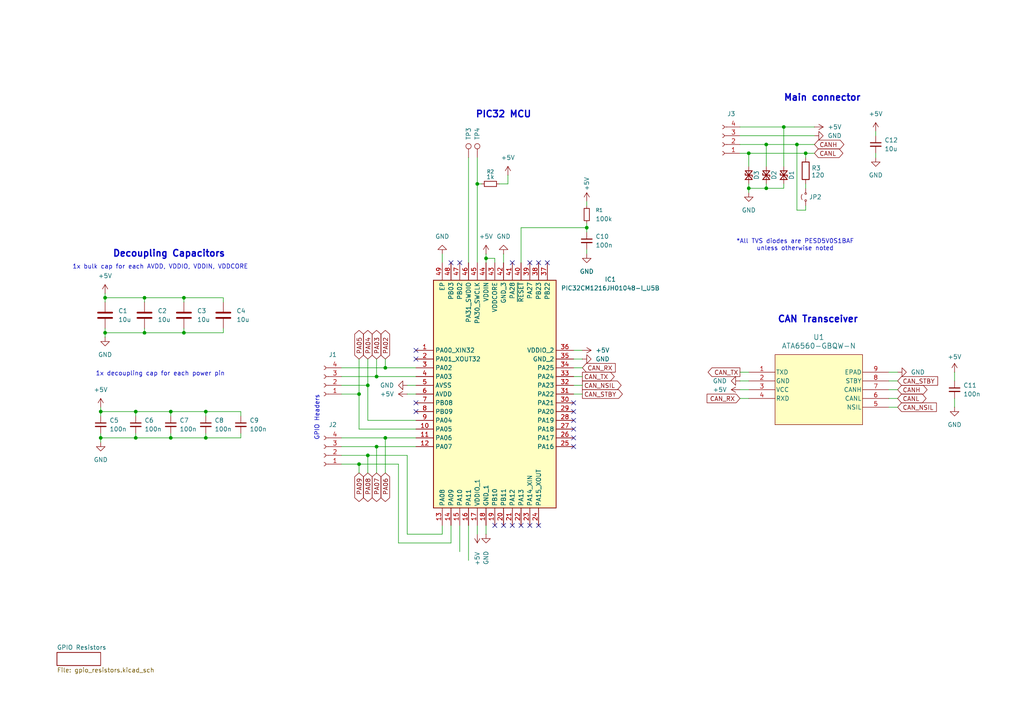
<source format=kicad_sch>
(kicad_sch (version 20250114) (generator "eeschema") (generator_version "9.0")
  (paper "A4")
  (lib_symbols
    (symbol "ATA6560-GBQW-N:ATA6560-GBQW-N" (pin_names (offset 0.254))
      (property "Reference" "U" (at 20.32 10.16 0))
      (property "Value" "ATA6560-GBQW-N" (at 20.32 7.62 0))
      (symbol "ATA6560-GBQW-N_0_1"
        (pin unspecified line (at 0 0 0) (length 7.62) (name "TXD") (number "1"))
        (pin power_out line (at 0 -2.54 0) (length 7.62) (name "GND") (number "2"))
        (pin power_in line (at 0 -5.08 0) (length 7.62) (name "VCC") (number "3"))
        (pin unspecified line (at 0 -7.62 0) (length 7.62) (name "RXD") (number "4"))
        (pin unspecified line (at 40.64 0 180) (length 7.62) (name "EPAD") (number "9"))
        (pin unspecified line (at 40.64 -2.54 180) (length 7.62) (name "STBY") (number "8"))
        (pin unspecified line (at 40.64 -5.08 180) (length 7.62) (name "CANH") (number "7"))
        (pin unspecified line (at 40.64 -7.62 180) (length 7.62) (name "CANL") (number "6"))
        (pin unspecified line (at 40.64 -10.16 180) (length 7.62) (name "NSIL") (number "5"))
      )
      (symbol "ATA6560-GBQW-N_1_1"
        (rectangle (start 7.62 5.08) (end 33.02 -15.24) (fill (type background)))
      )
    )
    (symbol "Connector:Conn_01x04_Socket" (pin_names (offset 1.016) (hide yes))
      (property "Reference" "J" (at 0 5.08 0))
      (property "Value" "Conn_01x04_Socket" (at 0 -7.62 0))
      (symbol "Conn_01x04_Socket_1_1"
        (polyline (pts (xy -1.27 2.54) (xy -0.508 2.54)) (stroke (width 0.1524)))
        (polyline (pts (xy -1.27 0) (xy -0.508 0)) (stroke (width 0.1524)))
        (polyline (pts (xy -1.27 -2.54) (xy -0.508 -2.54)) (stroke (width 0.1524)))
        (polyline (pts (xy -1.27 -5.08) (xy -0.508 -5.08)) (stroke (width 0.1524)))
        (arc (start 0 2.032) (mid -0.5058 2.54) (end 0 3.048) (stroke (width 0.1524)))
        (arc (start 0 -0.508) (mid -0.5058 0) (end 0 0.508) (stroke (width 0.1524)))
        (arc (start 0 -3.048) (mid -0.5058 -2.54) (end 0 -2.032) (stroke (width 0.1524)))
        (arc (start 0 -5.588) (mid -0.5058 -5.08) (end 0 -4.572) (stroke (width 0.1524)))
        (pin passive line (at -5.08 2.54 0) (length 3.81) (name "Pin_1") (number "1"))
        (pin passive line (at -5.08 0 0) (length 3.81) (name "Pin_2") (number "2"))
        (pin passive line (at -5.08 -2.54 0) (length 3.81) (name "Pin_3") (number "3"))
        (pin passive line (at -5.08 -5.08 0) (length 3.81) (name "Pin_4") (number "4"))
      )
    )
    (symbol "Connector:TestPoint" (pin_numbers (hide yes)) (pin_names (offset 0.762) (hide yes))
      (property "Reference" "TP" (at 0 6.858 0))
      (property "Value" "TestPoint" (at 0 5.08 0))
      (symbol "TestPoint_0_1"
        (circle (center 0 3.302) (radius 0.762))
      )
      (symbol "TestPoint_1_1"
        (pin passive line (at 0 0 90) (length 2.54) (name "1") (number "1"))
      )
    )
    (symbol "Device:C" (pin_numbers (hide yes)) (pin_names (offset 0.254))
      (property "Reference" "C" (at 0.635 2.54 0))
      (property "Value" "C" (at 0.635 -2.54 0))
      (symbol "C_0_1"
        (polyline (pts (xy -2.032 0.762) (xy 2.032 0.762)) (stroke (width 0.508)))
        (polyline (pts (xy -2.032 -0.762) (xy 2.032 -0.762)) (stroke (width 0.508)))
      )
      (symbol "C_1_1"
        (pin passive line (at 0 3.81 270) (length 2.794) (name "~") (number "1"))
        (pin passive line (at 0 -3.81 90) (length 2.794) (name "~") (number "2"))
      )
    )
    (symbol "Device:C_Small" (pin_numbers (hide yes)) (pin_names (offset 0.254) (hide yes))
      (property "Reference" "C" (at 0.254 1.778 0))
      (property "Value" "C_Small" (at 0.254 -2.032 0))
      (symbol "C_Small_0_1"
        (polyline (pts (xy -1.524 0.508) (xy 1.524 0.508)) (stroke (width 0.3048)))
        (polyline (pts (xy -1.524 -0.508) (xy 1.524 -0.508)) (stroke (width 0.3302)))
      )
      (symbol "C_Small_1_1"
        (pin passive line (at 0 2.54 270) (length 2.032) (name "~") (number "1"))
        (pin passive line (at 0 -2.54 90) (length 2.032) (name "~") (number "2"))
      )
    )
    (symbol "Device:D_TVS_Small" (pin_numbers (hide yes)) (pin_names (offset 1.016) (hide yes))
      (property "Reference" "D" (at 0 2.54 0))
      (property "Value" "D_TVS_Small" (at 0 -2.54 0))
      (symbol "D_TVS_Small_0_1"
        (polyline (pts (xy -1.27 1.016) (xy -1.27 -1.016) (xy 1.27 1.016) (xy 1.27 -1.016) (xy -1.27 1.016)) (stroke (width 0.254)))
        (polyline (pts (xy -1.27 0) (xy 1.27 0)))
        (polyline (pts (xy 0.508 1.016) (xy 0 1.016) (xy 0 -1.016) (xy -0.508 -1.016)) (stroke (width 0.254)))
      )
      (symbol "D_TVS_Small_1_1"
        (pin passive line (at -2.54 0 0) (length 1.27) (name "A1") (number "1"))
        (pin passive line (at 2.54 0 180) (length 1.27) (name "A2") (number "2"))
      )
    )
    (symbol "Device:R" (pin_numbers (hide yes)) (pin_names (offset 0))
      (property "Reference" "R" (at 2.032 0 90))
      (property "Value" "R" (at 0 0 90))
      (symbol "R_0_1"
        (rectangle (start -1.016 -2.54) (end 1.016 2.54) (stroke (width 0.254)))
      )
      (symbol "R_1_1"
        (pin passive line (at 0 3.81 270) (length 1.27) (name "~") (number "1"))
        (pin passive line (at 0 -3.81 90) (length 1.27) (name "~") (number "2"))
      )
    )
    (symbol "Device:R_Small" (pin_numbers (hide yes)) (pin_names (offset 0.254) (hide yes))
      (property "Reference" "R" (at 0 0 90))
      (property "Value" "R_Small" (at 1.778 0 90))
      (symbol "R_Small_0_1"
        (rectangle (start -0.762 1.778) (end 0.762 -1.778) (stroke (width 0.2032)))
      )
      (symbol "R_Small_1_1"
        (pin passive line (at 0 2.54 270) (length 0.762) (name "~") (number "1"))
        (pin passive line (at 0 -2.54 90) (length 0.762) (name "~") (number "2"))
      )
    )
    (symbol "Jumper:Jumper_2_Small_Open" (pin_numbers (hide yes)) (pin_names (offset 0) (hide yes))
      (property "Reference" "JP" (at 0 2.794 0))
      (property "Value" "Jumper_2_Small_Open" (at 0 -2.286 0))
      (symbol "Jumper_2_Small_Open_0_0"
        (circle (center -1.016 0) (radius 0.254))
        (circle (center 1.016 0) (radius 0.254))
      )
      (symbol "Jumper_2_Small_Open_0_1"
        (arc (start -0.762 1.0196) (mid 0 1.2729) (end 0.762 1.0196))
      )
      (symbol "Jumper_2_Small_Open_1_1"
        (pin passive line (at -2.54 0 0) (length 1.27) (name "A") (number "1"))
        (pin passive line (at 2.54 0 180) (length 1.27) (name "B") (number "2"))
      )
    )
    (symbol "PIC32CM1216JH01048-I/U5B:PIC32CM1216JH01048-I_U5B"
      (property "Reference" "IC" (at 41.91 25.4 0))
      (property "Value" "PIC32CM1216JH01048-I_U5B" (at 41.91 22.86 0))
      (symbol "PIC32CM1216JH01048-I_U5B_1_1"
        (rectangle (start 5.08 20.32) (end 40.64 -45.72) (stroke (width 0.254)) (fill (type background)))
        (pin passive line (at 0 0 0) (length 5.08) (name "PA00_XIN32") (number "1"))
        (pin passive line (at 0 -2.54 0) (length 5.08) (name "PA01_XOUT32") (number "2"))
        (pin passive line (at 0 -5.08 0) (length 5.08) (name "PA02") (number "3"))
        (pin passive line (at 0 -7.62 0) (length 5.08) (name "PA03") (number "4"))
        (pin passive line (at 0 -10.16 0) (length 5.08) (name "AVSS") (number "5"))
        (pin passive line (at 0 -12.7 0) (length 5.08) (name "AVDD") (number "6"))
        (pin passive line (at 0 -15.24 0) (length 5.08) (name "PB08") (number "7"))
        (pin passive line (at 0 -17.78 0) (length 5.08) (name "PB09") (number "8"))
        (pin passive line (at 0 -20.32 0) (length 5.08) (name "PA04") (number "9"))
        (pin passive line (at 0 -22.86 0) (length 5.08) (name "PA05") (number "10"))
        (pin passive line (at 0 -25.4 0) (length 5.08) (name "PA06") (number "11"))
        (pin passive line (at 0 -27.94 0) (length 5.08) (name "PA07") (number "12"))
        (pin passive line (at 7.62 25.4 270) (length 5.08) (name "EP") (number "49"))
        (pin passive line (at 7.62 -50.8 90) (length 5.08) (name "PA08") (number "13"))
        (pin passive line (at 10.16 25.4 270) (length 5.08) (name "PB03") (number "48"))
        (pin passive line (at 10.16 -50.8 90) (length 5.08) (name "PA09") (number "14"))
        (pin passive line (at 12.7 25.4 270) (length 5.08) (name "PB02") (number "47"))
        (pin passive line (at 12.7 -50.8 90) (length 5.08) (name "PA10") (number "15"))
        (pin passive line (at 15.24 25.4 270) (length 5.08) (name "PA31_SWDIO") (number "46"))
        (pin passive line (at 15.24 -50.8 90) (length 5.08) (name "PA11") (number "16"))
        (pin passive line (at 17.78 25.4 270) (length 5.08) (name "PA30_SWCLK") (number "45"))
        (pin passive line (at 17.78 -50.8 90) (length 5.08) (name "VDDIO_1") (number "17"))
        (pin passive line (at 20.32 25.4 270) (length 5.08) (name "VDDIN") (number "44"))
        (pin passive line (at 20.32 -50.8 90) (length 5.08) (name "GND_1") (number "18"))
        (pin passive line (at 22.86 25.4 270) (length 5.08) (name "VDDCORE") (number "43"))
        (pin passive line (at 22.86 -50.8 90) (length 5.08) (name "PB10") (number "19"))
        (pin passive line (at 25.4 25.4 270) (length 5.08) (name "GND_3") (number "42"))
        (pin passive line (at 25.4 -50.8 90) (length 5.08) (name "PB11") (number "20"))
        (pin passive line (at 27.94 25.4 270) (length 5.08) (name "PA28") (number "41"))
        (pin passive line (at 27.94 -50.8 90) (length 5.08) (name "PA12") (number "21"))
        (pin passive line (at 30.48 25.4 270) (length 5.08) (name "~{RESET}") (number "40"))
        (pin passive line (at 30.48 -50.8 90) (length 5.08) (name "PA13") (number "22"))
        (pin passive line (at 33.02 25.4 270) (length 5.08) (name "PA27") (number "39"))
        (pin passive line (at 33.02 -50.8 90) (length 5.08) (name "PA14_XIN") (number "23"))
        (pin passive line (at 35.56 25.4 270) (length 5.08) (name "PB23") (number "38"))
        (pin passive line (at 35.56 -50.8 90) (length 5.08) (name "PA15_XOUT") (number "24"))
        (pin passive line (at 38.1 25.4 270) (length 5.08) (name "PB22") (number "37"))
        (pin passive line (at 45.72 0 180) (length 5.08) (name "VDDIO_2") (number "36"))
        (pin passive line (at 45.72 -2.54 180) (length 5.08) (name "GND_2") (number "35"))
        (pin passive line (at 45.72 -5.08 180) (length 5.08) (name "PA25") (number "34"))
        (pin passive line (at 45.72 -7.62 180) (length 5.08) (name "PA24") (number "33"))
        (pin passive line (at 45.72 -10.16 180) (length 5.08) (name "PA23") (number "32"))
        (pin passive line (at 45.72 -12.7 180) (length 5.08) (name "PA22") (number "31"))
        (pin passive line (at 45.72 -15.24 180) (length 5.08) (name "PA21") (number "30"))
        (pin passive line (at 45.72 -17.78 180) (length 5.08) (name "PA20") (number "29"))
        (pin passive line (at 45.72 -20.32 180) (length 5.08) (name "PA19") (number "28"))
        (pin passive line (at 45.72 -22.86 180) (length 5.08) (name "PA18") (number "27"))
        (pin passive line (at 45.72 -25.4 180) (length 5.08) (name "PA17") (number "26"))
        (pin passive line (at 45.72 -27.94 180) (length 5.08) (name "PA16") (number "25"))
      )
    )
    (symbol "power:+5V" (power) (pin_numbers (hide yes)) (pin_names (offset 0) (hide yes))
      (property "Value" "+5V" (at 0 3.556 0))
      (symbol "+5V_0_1"
        (polyline (pts (xy -0.762 1.27) (xy 0 2.54)))
        (polyline (pts (xy 0 2.54) (xy 0.762 1.27)))
        (polyline (pts (xy 0 0) (xy 0 2.54)))
      )
      (symbol "+5V_1_1"
        (pin power_in line (at 0 0 90) (length 0) (name "~") (number "1"))
      )
    )
    (symbol "power:GND" (power) (pin_numbers (hide yes)) (pin_names (offset 0) (hide yes))
      (property "Value" "GND" (at 0 -3.81 0))
      (symbol "GND_0_1"
        (polyline (pts (xy 0 0) (xy 0 -1.27) (xy 1.27 -1.27) (xy 0 -2.54) (xy -1.27 -1.27) (xy 0 -1.27)))
      )
      (symbol "GND_1_1"
        (pin power_in line (at 0 0 270) (length 0) (name "~") (number "1"))
      )
    )
  )
  (text "1x decoupling cap for each power pin" (at 46.482 108.458 0) (effects (font (size 1.27 1.27))))
  (text "Main connector" (at 238.506 28.448 0) (effects (font (size 1.905 1.905) (thickness 0.381) (bold yes))))
  (text "Decoupling Capacitors" (at 49.022 73.66 0) (effects (font (size 1.905 1.905) (thickness 0.381) (bold yes))))
  (text "GPIO Headers" (at 91.948 121.158 90) (effects (font (size 1.27 1.27) (thickness 0.1588))))
  (text "CAN Transceiver" (at 237.236 92.71 0) (effects (font (size 1.905 1.905) (thickness 0.381) (bold yes))))
  (text "1x bulk cap for each AVDD, VDDIO, VDDIN, VDDCORE" (at 46.482 77.47 0) (effects (font (size 1.27 1.27))))
  (text "PIC32 MCU" (at 146.05 33.274 0) (effects (font (size 1.905 1.905) (thickness 0.381) (bold yes))))
  (text "*All TVS diodes are PESD5V0S1BAF\nunless otherwise noted" (at 230.632 71.12 0) (effects (font (size 1.27 1.27))))
  (junction (at 106.68 132.08))
  (junction (at 41.91 96.52))
  (junction (at 49.53 119.38))
  (junction (at 104.14 114.3))
  (junction (at 233.68 44.45))
  (junction (at 217.17 44.45))
  (junction (at 53.34 86.36))
  (junction (at 59.69 127))
  (junction (at 138.43 53.34))
  (junction (at 109.22 109.22))
  (junction (at 170.18 66.04))
  (junction (at 227.33 36.83))
  (junction (at 109.22 129.54))
  (junction (at 217.17 54.61))
  (junction (at 59.69 119.38))
  (junction (at 111.76 127))
  (junction (at 140.97 74.93))
  (junction (at 39.37 119.38))
  (junction (at 111.76 106.68))
  (junction (at 53.34 96.52))
  (junction (at 39.37 127))
  (junction (at 30.48 96.52))
  (junction (at 29.21 119.38))
  (junction (at 222.25 54.61))
  (junction (at 49.53 127))
  (junction (at 222.25 41.91))
  (junction (at 231.14 41.91))
  (junction (at 104.14 134.62))
  (junction (at 41.91 86.36))
  (junction (at 106.68 111.76))
  (junction (at 29.21 127))
  (junction (at 30.48 86.36))
  (no_connect (at 130.81 76.2))
  (no_connect (at 146.05 152.4))
  (no_connect (at 166.37 129.54))
  (no_connect (at 133.35 76.2))
  (no_connect (at 148.59 76.2))
  (no_connect (at 153.67 76.2))
  (no_connect (at 120.65 101.6))
  (no_connect (at 120.65 116.84))
  (no_connect (at 158.75 76.2))
  (no_connect (at 148.59 152.4))
  (no_connect (at 153.67 152.4))
  (no_connect (at 151.13 152.4))
  (no_connect (at 166.37 124.46))
  (no_connect (at 166.37 127))
  (no_connect (at 166.37 116.84))
  (no_connect (at 156.21 76.2))
  (no_connect (at 166.37 121.92))
  (no_connect (at 120.65 104.14))
  (no_connect (at 120.65 119.38))
  (no_connect (at 143.51 152.4))
  (no_connect (at 156.21 152.4))
  (no_connect (at 166.37 119.38))
  (wire (pts (xy 233.68 44.45) (xy 236.22 44.45)))
  (wire (pts (xy 254 38.1) (xy 254 39.37)))
  (wire (pts (xy 143.51 74.93) (xy 143.51 76.2)))
  (wire (pts (xy 170.18 66.04) (xy 170.18 67.31)))
  (wire (pts (xy 214.63 41.91) (xy 222.25 41.91)))
  (wire (pts (xy 128.27 152.4) (xy 128.27 154.94)))
  (wire (pts (xy 69.85 119.38) (xy 69.85 120.65)))
  (wire (pts (xy 49.53 119.38) (xy 59.69 119.38)))
  (wire (pts (xy 29.21 127) (xy 39.37 127)))
  (wire (pts (xy 49.53 127) (xy 59.69 127)))
  (wire (pts (xy 217.17 55.88) (xy 217.17 54.61)))
  (wire (pts (xy 111.76 104.14) (xy 111.76 106.68)))
  (wire (pts (xy 118.11 154.94) (xy 118.11 132.08)))
  (wire (pts (xy 144.78 53.34) (xy 147.32 53.34)))
  (wire (pts (xy 106.68 111.76) (xy 106.68 121.92)))
  (wire (pts (xy 53.34 86.36) (xy 64.77 86.36)))
  (wire (pts (xy 140.97 74.93) (xy 140.97 76.2)))
  (wire (pts (xy 166.37 104.14) (xy 168.91 104.14)))
  (wire (pts (xy 222.25 41.91) (xy 222.25 48.26)))
  (wire (pts (xy 140.97 74.93) (xy 143.51 74.93)))
  (wire (pts (xy 29.21 127) (xy 29.21 128.27)))
  (wire (pts (xy 30.48 86.36) (xy 41.91 86.36)))
  (wire (pts (xy 214.63 113.03) (xy 217.17 113.03)))
  (wire (pts (xy 170.18 58.42) (xy 170.18 59.69)))
  (wire (pts (xy 59.69 127) (xy 69.85 127)))
  (wire (pts (xy 29.21 119.38) (xy 39.37 119.38)))
  (wire (pts (xy 39.37 119.38) (xy 39.37 120.65)))
  (wire (pts (xy 104.14 134.62) (xy 115.57 134.62)))
  (wire (pts (xy 59.69 119.38) (xy 59.69 120.65)))
  (wire (pts (xy 151.13 76.2) (xy 151.13 66.04)))
  (wire (pts (xy 109.22 129.54) (xy 120.65 129.54)))
  (wire (pts (xy 41.91 95.25) (xy 41.91 96.52)))
  (wire (pts (xy 140.97 154.94) (xy 140.97 152.4)))
  (wire (pts (xy 257.81 113.03) (xy 260.35 113.03)))
  (wire (pts (xy 115.57 157.48) (xy 130.81 157.48)))
  (wire (pts (xy 135.89 45.72) (xy 135.89 76.2)))
  (wire (pts (xy 276.86 107.95) (xy 276.86 110.49)))
  (wire (pts (xy 166.37 101.6) (xy 168.91 101.6)))
  (wire (pts (xy 168.91 114.3) (xy 166.37 114.3)))
  (wire (pts (xy 111.76 127) (xy 120.65 127)))
  (wire (pts (xy 104.14 104.14) (xy 104.14 114.3)))
  (wire (pts (xy 53.34 96.52) (xy 53.34 95.25)))
  (wire (pts (xy 99.06 134.62) (xy 104.14 134.62)))
  (wire (pts (xy 233.68 60.96) (xy 231.14 60.96)))
  (wire (pts (xy 109.22 129.54) (xy 109.22 137.16)))
  (wire (pts (xy 227.33 54.61) (xy 227.33 53.34)))
  (wire (pts (xy 130.81 152.4) (xy 130.81 157.48)))
  (wire (pts (xy 233.68 53.34) (xy 233.68 54.61)))
  (wire (pts (xy 227.33 36.83) (xy 227.33 48.26)))
  (wire (pts (xy 39.37 127) (xy 49.53 127)))
  (wire (pts (xy 147.32 53.34) (xy 147.32 50.8)))
  (wire (pts (xy 222.25 53.34) (xy 222.25 54.61)))
  (wire (pts (xy 217.17 44.45) (xy 217.17 48.26)))
  (wire (pts (xy 115.57 134.62) (xy 115.57 157.48)))
  (wire (pts (xy 99.06 109.22) (xy 109.22 109.22)))
  (wire (pts (xy 106.68 121.92) (xy 120.65 121.92)))
  (wire (pts (xy 49.53 125.73) (xy 49.53 127)))
  (wire (pts (xy 99.06 129.54) (xy 109.22 129.54)))
  (wire (pts (xy 254 44.45) (xy 254 45.72)))
  (wire (pts (xy 104.14 124.46) (xy 120.65 124.46)))
  (wire (pts (xy 257.81 118.11) (xy 260.35 118.11)))
  (wire (pts (xy 151.13 66.04) (xy 170.18 66.04)))
  (wire (pts (xy 128.27 73.66) (xy 128.27 76.2)))
  (wire (pts (xy 170.18 72.39) (xy 170.18 73.66)))
  (wire (pts (xy 138.43 53.34) (xy 138.43 76.2)))
  (wire (pts (xy 128.27 154.94) (xy 118.11 154.94)))
  (wire (pts (xy 168.91 109.22) (xy 166.37 109.22)))
  (wire (pts (xy 139.7 53.34) (xy 138.43 53.34)))
  (wire (pts (xy 29.21 119.38) (xy 29.21 120.65)))
  (wire (pts (xy 104.14 124.46) (xy 104.14 114.3)))
  (wire (pts (xy 166.37 106.68) (xy 168.91 106.68)))
  (wire (pts (xy 214.63 44.45) (xy 217.17 44.45)))
  (wire (pts (xy 64.77 87.63) (xy 64.77 86.36)))
  (wire (pts (xy 214.63 107.95) (xy 217.17 107.95)))
  (wire (pts (xy 106.68 132.08) (xy 118.11 132.08)))
  (wire (pts (xy 53.34 96.52) (xy 64.77 96.52)))
  (wire (pts (xy 138.43 152.4) (xy 138.43 154.94)))
  (wire (pts (xy 146.05 73.66) (xy 146.05 76.2)))
  (wire (pts (xy 233.68 59.69) (xy 233.68 60.96)))
  (wire (pts (xy 170.18 66.04) (xy 170.18 64.77)))
  (wire (pts (xy 109.22 109.22) (xy 120.65 109.22)))
  (wire (pts (xy 30.48 85.09) (xy 30.48 86.36)))
  (wire (pts (xy 30.48 96.52) (xy 41.91 96.52)))
  (wire (pts (xy 257.81 110.49) (xy 260.35 110.49)))
  (wire (pts (xy 53.34 86.36) (xy 53.34 87.63)))
  (wire (pts (xy 133.35 152.4) (xy 133.35 160.02)))
  (wire (pts (xy 39.37 119.38) (xy 49.53 119.38)))
  (wire (pts (xy 276.86 115.57) (xy 276.86 118.11)))
  (wire (pts (xy 64.77 95.25) (xy 64.77 96.52)))
  (wire (pts (xy 135.89 152.4) (xy 135.89 162.56)))
  (wire (pts (xy 106.68 104.14) (xy 106.68 111.76)))
  (wire (pts (xy 257.81 107.95) (xy 260.35 107.95)))
  (wire (pts (xy 29.21 125.73) (xy 29.21 127)))
  (wire (pts (xy 30.48 86.36) (xy 30.48 87.63)))
  (wire (pts (xy 109.22 104.14) (xy 109.22 109.22)))
  (wire (pts (xy 99.06 106.68) (xy 111.76 106.68)))
  (wire (pts (xy 30.48 97.79) (xy 30.48 96.52)))
  (wire (pts (xy 214.63 110.49) (xy 217.17 110.49)))
  (wire (pts (xy 69.85 125.73) (xy 69.85 127)))
  (wire (pts (xy 41.91 96.52) (xy 53.34 96.52)))
  (wire (pts (xy 118.11 111.76) (xy 120.65 111.76)))
  (wire (pts (xy 39.37 125.73) (xy 39.37 127)))
  (wire (pts (xy 214.63 36.83) (xy 227.33 36.83)))
  (wire (pts (xy 217.17 53.34) (xy 217.17 54.61)))
  (wire (pts (xy 106.68 137.16) (xy 106.68 132.08)))
  (wire (pts (xy 99.06 111.76) (xy 106.68 111.76)))
  (wire (pts (xy 138.43 45.72) (xy 138.43 53.34)))
  (wire (pts (xy 59.69 119.38) (xy 69.85 119.38)))
  (wire (pts (xy 99.06 132.08) (xy 106.68 132.08)))
  (wire (pts (xy 29.21 118.11) (xy 29.21 119.38)))
  (wire (pts (xy 104.14 134.62) (xy 104.14 137.16)))
  (wire (pts (xy 257.81 115.57) (xy 260.35 115.57)))
  (wire (pts (xy 99.06 127) (xy 111.76 127)))
  (wire (pts (xy 222.25 54.61) (xy 227.33 54.61)))
  (wire (pts (xy 140.97 73.66) (xy 140.97 74.93)))
  (wire (pts (xy 217.17 54.61) (xy 222.25 54.61)))
  (wire (pts (xy 168.91 111.76) (xy 166.37 111.76)))
  (wire (pts (xy 59.69 125.73) (xy 59.69 127)))
  (wire (pts (xy 214.63 39.37) (xy 236.22 39.37)))
  (wire (pts (xy 111.76 106.68) (xy 120.65 106.68)))
  (wire (pts (xy 30.48 95.25) (xy 30.48 96.52)))
  (wire (pts (xy 231.14 41.91) (xy 236.22 41.91)))
  (wire (pts (xy 231.14 41.91) (xy 231.14 60.96)))
  (wire (pts (xy 214.63 115.57) (xy 217.17 115.57)))
  (wire (pts (xy 49.53 119.38) (xy 49.53 120.65)))
  (wire (pts (xy 233.68 44.45) (xy 233.68 45.72)))
  (wire (pts (xy 41.91 86.36) (xy 53.34 86.36)))
  (wire (pts (xy 41.91 86.36) (xy 41.91 87.63)))
  (wire (pts (xy 227.33 36.83) (xy 236.22 36.83)))
  (wire (pts (xy 118.11 114.3) (xy 120.65 114.3)))
  (wire (pts (xy 111.76 127) (xy 111.76 137.16)))
  (wire (pts (xy 217.17 44.45) (xy 233.68 44.45)))
  (wire (pts (xy 104.14 114.3) (xy 99.06 114.3)))
  (wire (pts (xy 222.25 41.91) (xy 231.14 41.91)))
  (global_label "CANL" (shape bidirectional) (at 236.22 44.45 0) (property "Intersheetrefs" "${INTERSHEET_REFS}" (effects (hide yes))))
  (global_label "PA07" (shape bidirectional) (at 109.22 137.16 270) (property "Intersheetrefs" "${INTERSHEET_REFS}" (effects (hide yes))))
  (global_label "CAN_TX" (shape output) (at 214.63 107.95 180) (property "Intersheetrefs" "${INTERSHEET_REFS}" (effects (hide yes))))
  (global_label "PA08" (shape bidirectional) (at 106.68 137.16 270) (property "Intersheetrefs" "${INTERSHEET_REFS}" (effects (hide yes))))
  (global_label "CANL" (shape bidirectional) (at 260.35 115.57 0) (property "Intersheetrefs" "${INTERSHEET_REFS}" (effects (hide yes))))
  (global_label "PA09" (shape bidirectional) (at 104.14 137.16 270) (property "Intersheetrefs" "${INTERSHEET_REFS}" (effects (hide yes))))
  (global_label "CAN_STBY" (shape input) (at 260.35 110.49 0) (property "Intersheetrefs" "${INTERSHEET_REFS}" (effects (hide yes))))
  (global_label "PA04" (shape bidirectional) (at 106.68 104.14 90) (property "Intersheetrefs" "${INTERSHEET_REFS}" (effects (hide yes))))
  (global_label "CAN_RX" (shape input) (at 214.63 115.57 180) (property "Intersheetrefs" "${INTERSHEET_REFS}" (effects (hide yes))))
  (global_label "PA05" (shape bidirectional) (at 104.14 104.14 90) (property "Intersheetrefs" "${INTERSHEET_REFS}" (effects (hide yes))))
  (global_label "CAN_TX" (shape output) (at 168.91 109.22 0) (property "Intersheetrefs" "${INTERSHEET_REFS}" (effects (hide yes))))
  (global_label "CAN_RX" (shape input) (at 168.91 106.68 0) (property "Intersheetrefs" "${INTERSHEET_REFS}" (effects (hide yes))))
  (global_label "CANH" (shape bidirectional) (at 260.35 113.03 0) (property "Intersheetrefs" "${INTERSHEET_REFS}" (effects (hide yes))))
  (global_label "CAN_NSIL" (shape input) (at 260.35 118.11 0) (property "Intersheetrefs" "${INTERSHEET_REFS}" (effects (hide yes))))
  (global_label "CAN_NSIL" (shape output) (at 168.91 111.76 0) (property "Intersheetrefs" "${INTERSHEET_REFS}" (effects (hide yes))))
  (global_label "CANH" (shape bidirectional) (at 236.22 41.91 0) (property "Intersheetrefs" "${INTERSHEET_REFS}" (effects (hide yes))))
  (global_label "PA03" (shape bidirectional) (at 109.22 104.14 90) (property "Intersheetrefs" "${INTERSHEET_REFS}" (effects (hide yes))))
  (global_label "PA06" (shape bidirectional) (at 111.76 137.16 270) (property "Intersheetrefs" "${INTERSHEET_REFS}" (effects (hide yes))))
  (global_label "CAN_STBY" (shape output) (at 168.91 114.3 0) (property "Intersheetrefs" "${INTERSHEET_REFS}" (effects (hide yes))))
  (global_label "PA02" (shape bidirectional) (at 111.76 104.14 90) (property "Intersheetrefs" "${INTERSHEET_REFS}" (effects (hide yes))))
  (symbol (lib_id "power:GND") (at 276.86 118.11 0) (unit 1)
    (property "Reference" "#PWR021" (effects (hide yes)))
    (property "Value" "GND" (at 276.86 123.19 0))
    (property "Description" "Power symbol creates a global label with name \"GND\" , ground" (effects (hide yes)))
  )
  (symbol (lib_id "Connector:Conn_01x04_Socket") (at 93.98 132.08 180) (unit 1)
    (property "Reference" "J2" (at 96.52 123.19 0))
    (property "Value" "Conn_01x04_Socket" (effects (hide yes)))
    (property "Footprint" "Conn01x04:01x04_1mm" (effects (hide yes)))
    (property "Description" "Generic connector, single row, 01x04, script generated" (effects (hide yes)))
  )
  (symbol (lib_id "power:+5V") (at 138.43 154.94 180) (unit 1)
    (property "Reference" "#PWR09" (effects (hide yes)))
    (property "Value" "+5V" (at 138.43 162.052 90))
    (property "Description" "Power symbol creates a global label with name \"+5V\"" (effects (hide yes)))
  )
  (symbol (lib_id "power:+5V") (at 168.91 101.6 270) (unit 1)
    (property "Reference" "#PWR08" (effects (hide yes)))
    (property "Value" "+5V" (at 172.72 101.5999 90) (effects (justify left)))
    (property "Description" "Power symbol creates a global label with name \"+5V\"" (effects (hide yes)))
  )
  (symbol (lib_id "Device:D_TVS_Small") (at 222.25 50.8 90) (unit 1)
    (property "Reference" "D2" (at 223.774 50.8 0) (effects (justify top)))
    (property "Value" "PESD5V0S1BAF" (effects (hide yes)))
    (property "Footprint" "Diode_SMD:D_SOD-323" (effects (hide yes)))
    (property "Description" "Bidirectional transient-voltage-suppression diode, small symbol" (effects (hide yes)))
  )
  (symbol (lib_id "power:GND") (at 254 45.72 0) (unit 1)
    (property "Reference" "#PWR027" (effects (hide yes)))
    (property "Value" "GND" (at 254 50.8 0))
    (property "Description" "Power symbol creates a global label with name \"GND\" , ground" (effects (hide yes)))
  )
  (symbol (lib_id "Device:C_Small") (at 69.85 123.19 0) (unit 1)
    (property "Reference" "C9" (at 72.39 121.9262 0) (effects (justify left)))
    (property "Value" "100n" (at 72.39 124.4662 0) (effects (justify left)))
    (property "Footprint" "Capacitor_SMD:C_0201_0603Metric" (effects (hide yes)))
    (property "Description" "Unpolarized capacitor, small symbol" (effects (hide yes)))
  )
  (symbol (lib_id "power:+5V") (at 214.63 113.03 90) (unit 1)
    (property "Reference" "#PWR019" (effects (hide yes)))
    (property "Value" "+5V" (at 210.82 113.0299 90) (effects (justify left)))
    (property "Description" "Power symbol creates a global label with name \"+5V\"" (effects (hide yes)))
  )
  (symbol (lib_id "power:GND") (at 118.11 111.76 270) (unit 1)
    (property "Reference" "#PWR03" (effects (hide yes)))
    (property "Value" "GND" (at 114.3 111.7599 90) (effects (justify right)))
    (property "Description" "Power symbol creates a global label with name \"GND\" , ground" (effects (hide yes)))
  )
  (symbol (lib_id "PIC32CM1216JH01048-I/U5B:PIC32CM1216JH01048-I_U5B") (at 120.65 101.6 0) (unit 1)
    (property "Reference" "IC1" (at 177.038 81.026 0))
    (property "Value" "PIC32CM1216JH01048-I_U5B" (at 177.038 83.566 0))
    (property "Footprint" "PIC32CM1216JH01048-I/U5B:QFN50P700X700X90-49N-D" (effects (hide yes)))
    (property "Datasheet" "https://ww1.microchip.com/downloads/aemDocuments/documents/MCU32/ProductDocuments/DataSheets/PIC32CM-JH00-JH01-Family-Data-Sheet-DS60001632.pdf" (effects (hide yes)))
    (property "Description" "Microchip Technology 5V Cortex M0+, 128KB Flash, 48Pin, VQFN, CAN-FD, 85C Temp" (effects (hide yes)))
    (property "Height" "0.9" (effects (hide yes)))
    (property "Manufacturer_Name" "Microchip" (effects (hide yes)))
    (property "Manufacturer_Part_Number" "PIC32CM1216JH01048-I/U5B" (effects (hide yes)))
  )
  (symbol (lib_id "power:GND") (at 217.17 55.88 0) (unit 1)
    (property "Reference" "#PWR017" (effects (hide yes)))
    (property "Value" "GND" (at 217.17 60.96 0))
    (property "Description" "Power symbol creates a global label with name \"GND\" , ground" (effects (hide yes)))
  )
  (symbol (lib_id "Device:C_Small") (at 170.18 69.85 0) (unit 1)
    (property "Reference" "C10" (at 172.72 68.5862 0) (effects (justify left)))
    (property "Value" "100n" (at 172.72 71.1262 0) (effects (justify left)))
    (property "Footprint" "Capacitor_SMD:C_0201_0603Metric" (effects (hide yes)))
    (property "Description" "Unpolarized capacitor, small symbol" (effects (hide yes)))
  )
  (symbol (lib_id "power:GND") (at 170.18 73.66 0) (unit 1)
    (property "Reference" "#PWR015" (effects (hide yes)))
    (property "Value" "GND" (at 170.18 78.74 0))
    (property "Description" "Power symbol creates a global label with name \"GND\" , ground" (effects (hide yes)))
  )
  (symbol (lib_id "power:GND") (at 128.27 73.66 180) (unit 1)
    (property "Reference" "#PWR06" (effects (hide yes)))
    (property "Value" "GND" (at 128.27 68.58 0))
    (property "Description" "Power symbol creates a global label with name \"GND\" , ground" (effects (hide yes)))
  )
  (symbol (lib_id "power:+5V") (at 236.22 36.83 270) (unit 1)
    (property "Reference" "#PWR024" (effects (hide yes)))
    (property "Value" "+5V" (at 240.03 36.8299 90) (effects (justify left)))
    (property "Description" "Power symbol creates a global label with name \"+5V\"" (effects (hide yes)))
  )
  (symbol (lib_id "Device:R_Small") (at 170.18 62.23 0) (unit 1)
    (property "Reference" "R1" (at 172.72 60.9599 0) (effects (font (size 1.016 1.016)) (justify left)))
    (property "Value" "100k" (at 172.72 63.4999 0) (effects (justify left)))
    (property "Footprint" "Resistor_SMD:R_0201_0603Metric" (effects (hide yes)))
    (property "Description" "Resistor, small symbol" (effects (hide yes)))
  )
  (symbol (lib_id "power:+5V") (at 118.11 114.3 90) (unit 1)
    (property "Reference" "#PWR01" (effects (hide yes)))
    (property "Value" "+5V" (at 114.3 114.2999 90) (effects (justify left)))
    (property "Description" "Power symbol creates a global label with name \"+5V\"" (effects (hide yes)))
  )
  (symbol (lib_id "power:+5V") (at 140.97 73.66 0) (unit 1)
    (property "Reference" "#PWR02" (effects (hide yes)))
    (property "Value" "+5V" (at 140.97 68.58 0))
    (property "Description" "Power symbol creates a global label with name \"+5V\"" (effects (hide yes)))
  )
  (symbol (lib_id "Device:D_TVS_Small") (at 227.33 50.8 90) (unit 1)
    (property "Reference" "D1" (at 228.854 50.8 0) (effects (justify top)))
    (property "Value" "PESD5V0S1BAF" (effects (hide yes)))
    (property "Footprint" "Diode_SMD:D_SOD-323" (effects (hide yes)))
    (property "Description" "Bidirectional transient-voltage-suppression diode, small symbol" (effects (hide yes)))
  )
  (symbol (lib_id "Connector:TestPoint") (at 135.89 45.72 0) (unit 1)
    (property "Reference" "TP3" (at 135.89 40.64 90) (effects (justify left)))
    (property "Value" "TestPoint" (effects (hide yes)))
    (property "Footprint" "TestPoint:TestPoint_Pad_D1.0mm" (effects (hide yes)))
    (property "Description" "test point" (effects (hide yes)))
  )
  (symbol (lib_id "power:+5V") (at 254 38.1 0) (unit 1)
    (property "Reference" "#PWR026" (effects (hide yes)))
    (property "Value" "+5V" (at 254 33.02 0))
    (property "Description" "Power symbol creates a global label with name \"+5V\"" (effects (hide yes)))
  )
  (symbol (lib_id "power:+5V") (at 30.48 85.09 0) (unit 1)
    (property "Reference" "#PWR010" (effects (hide yes)))
    (property "Value" "+5V" (at 30.48 80.01 0))
    (property "Description" "Power symbol creates a global label with name \"+5V\"" (effects (hide yes)))
  )
  (symbol (lib_id "Connector:Conn_01x04_Socket") (at 209.55 41.91 180) (unit 1)
    (property "Reference" "J3" (at 212.09 33.02 0))
    (property "Value" "Conn_01x04_Socket" (effects (hide yes)))
    (property "Footprint" "Conn01x04:01x04_1mm" (effects (hide yes)))
    (property "Description" "Generic connector, single row, 01x04, script generated" (effects (hide yes)))
  )
  (symbol (lib_id "Device:D_TVS_Small") (at 217.17 50.8 90) (unit 1)
    (property "Reference" "D3" (at 218.694 50.8 0) (effects (justify top)))
    (property "Value" "PESD5V0S1BAF" (effects (hide yes)))
    (property "Footprint" "Diode_SMD:D_SOD-323" (effects (hide yes)))
    (property "Description" "Bidirectional transient-voltage-suppression diode, small symbol" (effects (hide yes)))
  )
  (symbol (lib_id "power:+5V") (at 276.86 107.95 0) (unit 1)
    (property "Reference" "#PWR022" (effects (hide yes)))
    (property "Value" "+5V" (at 276.86 103.5052 0))
    (property "Description" "Power symbol creates a global label with name \"+5V\"" (effects (hide yes)))
  )
  (symbol (lib_id "Device:C_Small") (at 276.86 113.03 0) (unit 1)
    (property "Reference" "C11" (at 279.4 111.7662 0) (effects (justify left)))
    (property "Value" "100n" (at 279.4 114.3062 0) (effects (justify left)))
    (property "Footprint" "Capacitor_SMD:C_0201_0603Metric" (effects (hide yes)))
    (property "Description" "Unpolarized capacitor, small symbol" (effects (hide yes)))
  )
  (symbol (lib_id "Device:C_Small") (at 59.69 123.19 0) (unit 1)
    (property "Reference" "C8" (at 62.23 121.9262 0) (effects (justify left)))
    (property "Value" "100n" (at 62.23 124.4662 0) (effects (justify left)))
    (property "Footprint" "Capacitor_SMD:C_0201_0603Metric" (effects (hide yes)))
    (property "Description" "Unpolarized capacitor, small symbol" (effects (hide yes)))
  )
  (symbol (lib_id "power:+5V") (at 147.32 50.8 0) (unit 1)
    (property "Reference" "#PWR016" (effects (hide yes)))
    (property "Value" "+5V" (at 147.32 45.72 0))
    (property "Description" "Power symbol creates a global label with name \"+5V\"" (effects (hide yes)))
  )
  (symbol (lib_id "power:GND") (at 214.63 110.49 270) (unit 1)
    (property "Reference" "#PWR020" (effects (hide yes)))
    (property "Value" "GND" (at 210.82 110.4899 90) (effects (justify right)))
    (property "Description" "Power symbol creates a global label with name \"GND\" , ground" (effects (hide yes)))
  )
  (symbol (lib_id "Device:C") (at 64.77 91.44 0) (unit 1)
    (property "Reference" "C4" (at 68.58 90.1699 0) (effects (justify left)))
    (property "Value" "10u" (at 68.58 92.7099 0) (effects (justify left)))
    (property "Footprint" "Capacitor_SMD:C_0402_1005Metric" (effects (hide yes)))
    (property "Description" "Unpolarized capacitor" (effects (hide yes)))
  )
  (symbol (lib_id "Device:C_Small") (at 49.53 123.19 0) (unit 1)
    (property "Reference" "C7" (at 52.07 121.9262 0) (effects (justify left)))
    (property "Value" "100n" (at 52.07 124.4662 0) (effects (justify left)))
    (property "Footprint" "Capacitor_SMD:C_0201_0603Metric" (effects (hide yes)))
    (property "Description" "Unpolarized capacitor, small symbol" (effects (hide yes)))
  )
  (symbol (lib_id "Device:C") (at 30.48 91.44 0) (unit 1)
    (property "Reference" "C1" (at 34.29 90.1699 0) (effects (justify left)))
    (property "Value" "10u" (at 34.29 92.7099 0) (effects (justify left)))
    (property "Footprint" "Capacitor_SMD:C_0402_1005Metric" (effects (hide yes)))
    (property "Description" "Unpolarized capacitor" (effects (hide yes)))
  )
  (symbol (lib_id "power:GND") (at 140.97 154.94 0) (unit 1)
    (property "Reference" "#PWR04" (effects (hide yes)))
    (property "Value" "GND" (at 140.97 161.798 90))
    (property "Description" "Power symbol creates a global label with name \"GND\" , ground" (effects (hide yes)))
  )
  (symbol (lib_id "power:GND") (at 168.91 104.14 90) (unit 1)
    (property "Reference" "#PWR05" (effects (hide yes)))
    (property "Value" "GND" (at 172.72 104.1399 90) (effects (justify right)))
    (property "Description" "Power symbol creates a global label with name \"GND\" , ground" (effects (hide yes)))
  )
  (symbol (lib_id "power:GND") (at 260.35 107.95 90) (unit 1)
    (property "Reference" "#PWR023" (effects (hide yes)))
    (property "Value" "GND" (at 264.16 107.9499 90) (effects (justify right)))
    (property "Description" "Power symbol creates a global label with name \"GND\" , ground" (effects (hide yes)))
  )
  (symbol (lib_id "Connector:TestPoint") (at 138.43 45.72 0) (unit 1)
    (property "Reference" "TP4" (at 138.43 40.64 90) (effects (justify left)))
    (property "Value" "TestPoint" (effects (hide yes)))
    (property "Footprint" "TestPoint:TestPoint_Pad_D1.0mm" (effects (hide yes)))
    (property "Description" "test point" (effects (hide yes)))
  )
  (symbol (lib_id "Device:C") (at 41.91 91.44 0) (unit 1)
    (property "Reference" "C2" (at 45.72 90.1699 0) (effects (justify left)))
    (property "Value" "10u" (at 45.72 92.7099 0) (effects (justify left)))
    (property "Footprint" "Capacitor_SMD:C_0402_1005Metric" (effects (hide yes)))
    (property "Description" "Unpolarized capacitor" (effects (hide yes)))
  )
  (symbol (lib_id "power:GND") (at 146.05 73.66 180) (unit 1)
    (property "Reference" "#PWR07" (effects (hide yes)))
    (property "Value" "GND" (at 146.05 68.58 0))
    (property "Description" "Power symbol creates a global label with name \"GND\" , ground" (effects (hide yes)))
  )
  (symbol (lib_id "Device:R_Small") (at 142.24 53.34 90) (unit 1)
    (property "Reference" "R2" (at 142.24 49.784 90) (effects (font (size 1.016 1.016))))
    (property "Value" "1k" (at 142.24 51.308 90))
    (property "Footprint" "Resistor_SMD:R_0201_0603Metric" (effects (hide yes)))
    (property "Description" "Resistor, small symbol" (effects (hide yes)))
  )
  (symbol (lib_id "Device:R") (at 233.68 49.53 0) (mirror y) (unit 1)
    (property "Reference" "R3" (at 236.728 48.768 0))
    (property "Value" "120" (at 237.236 50.8 0))
    (property "Footprint" "Resistor_SMD:R_0201_0603Metric" (effects (hide yes)))
    (property "Description" "Resistor" (effects (hide yes)))
  )
  (symbol (lib_id "Device:C") (at 53.34 91.44 0) (unit 1)
    (property "Reference" "C3" (at 57.15 90.1699 0) (effects (justify left)))
    (property "Value" "10u" (at 57.15 92.7099 0) (effects (justify left)))
    (property "Footprint" "Capacitor_SMD:C_0402_1005Metric" (effects (hide yes)))
    (property "Description" "Unpolarized capacitor" (effects (hide yes)))
  )
  (symbol (lib_id "Device:C_Small") (at 254 41.91 0) (unit 1)
    (property "Reference" "C12" (at 256.54 40.6462 0) (effects (justify left)))
    (property "Value" "10u" (at 256.54 43.1862 0) (effects (justify left)))
    (property "Footprint" "Capacitor_SMD:C_0402_1005Metric" (effects (hide yes)))
    (property "Description" "Unpolarized capacitor, small symbol" (effects (hide yes)))
  )
  (symbol (lib_id "Connector:Conn_01x04_Socket") (at 93.98 111.76 180) (unit 1)
    (property "Reference" "J1" (at 96.52 102.87 0))
    (property "Value" "Conn_01x04_Socket" (effects (hide yes)))
    (property "Footprint" "Conn01x04:01x04_1mm" (effects (hide yes)))
    (property "Description" "Generic connector, single row, 01x04, script generated" (effects (hide yes)))
  )
  (symbol (lib_id "power:GND") (at 236.22 39.37 90) (unit 1)
    (property "Reference" "#PWR025" (effects (hide yes)))
    (property "Value" "GND" (at 240.03 39.3699 90) (effects (justify right)))
    (property "Description" "Power symbol creates a global label with name \"GND\" , ground" (effects (hide yes)))
  )
  (symbol (lib_id "power:+5V") (at 170.18 58.42 0) (unit 1)
    (property "Reference" "#PWR014" (effects (hide yes)))
    (property "Value" "+5V" (at 170.18 53.34 90))
    (property "Description" "Power symbol creates a global label with name \"+5V\"" (effects (hide yes)))
  )
  (symbol (lib_id "ATA6560-GBQW-N:ATA6560-GBQW-N") (at 217.17 107.95 0) (unit 1)
    (property "Reference" "U1" (at 237.49 97.79 0) (effects (font (size 1.524 1.524))))
    (property "Value" "ATA6560-GBQW-N" (at 237.49 100.33 0) (effects (font (size 1.524 1.524))))
    (property "Footprint" "ATA6560-GBQW-N:VDFN8_3X3_MCH" (effects (hide yes)))
    (property "Datasheet" "ATA6560-GBQW-N" (effects (hide yes)))
  )
  (symbol (lib_id "power:+5V") (at 29.21 118.11 0) (unit 1)
    (property "Reference" "#PWR012" (effects (hide yes)))
    (property "Value" "+5V" (at 29.21 113.03 0))
    (property "Description" "Power symbol creates a global label with name \"+5V\"" (effects (hide yes)))
  )
  (symbol (lib_id "Device:C_Small") (at 39.37 123.19 0) (unit 1)
    (property "Reference" "C6" (at 41.91 121.9262 0) (effects (justify left)))
    (property "Value" "100n" (at 41.91 124.4662 0) (effects (justify left)))
    (property "Footprint" "Capacitor_SMD:C_0201_0603Metric" (effects (hide yes)))
    (property "Description" "Unpolarized capacitor, small symbol" (effects (hide yes)))
  )
  (symbol (lib_id "power:GND") (at 29.21 128.27 0) (unit 1)
    (property "Reference" "#PWR013" (effects (hide yes)))
    (property "Value" "GND" (at 29.21 133.35 0))
    (property "Description" "Power symbol creates a global label with name \"GND\" , ground" (effects (hide yes)))
  )
  (symbol (lib_id "Device:C_Small") (at 29.21 123.19 0) (unit 1)
    (property "Reference" "C5" (at 31.75 121.9262 0) (effects (justify left)))
    (property "Value" "100n" (at 31.75 124.4662 0) (effects (justify left)))
    (property "Footprint" "Capacitor_SMD:C_0201_0603Metric" (effects (hide yes)))
    (property "Description" "Unpolarized capacitor, small symbol" (effects (hide yes)))
  )
  (symbol (lib_id "Jumper:Jumper_2_Small_Open") (at 233.68 57.15 90) (unit 1)
    (property "Reference" "JP2" (at 236.474 57.15 90))
    (property "Value" "Jumper_2_Small_Open" (effects (hide yes)))
    (property "Footprint" "Jumper:SolderJumper-2_P1.3mm_Open_Pad1.0x1.5mm" (effects (hide yes)))
    (property "Description" "Jumper, 2-pole, small symbol, open" (effects (hide yes)))
  )
  (symbol (lib_id "power:GND") (at 30.48 97.79 0) (unit 1)
    (property "Reference" "#PWR011" (effects (hide yes)))
    (property "Value" "GND" (at 30.48 102.87 0))
    (property "Description" "Power symbol creates a global label with name \"GND\" , ground" (effects (hide yes)))
  )
  (sheet (at 16.51 189.23) (size 12.7 3.81) (stroke (width 0.1524))
    (property "Sheetname" "GPIO Resistors" (at 16.51 188.5184 0) (effects (justify left bottom)))
    (property "Sheetfile" "gpio_resistors.kicad_sch" (at 16.51 193.6246 0) (effects (justify left top)))
  )
)
</source>
